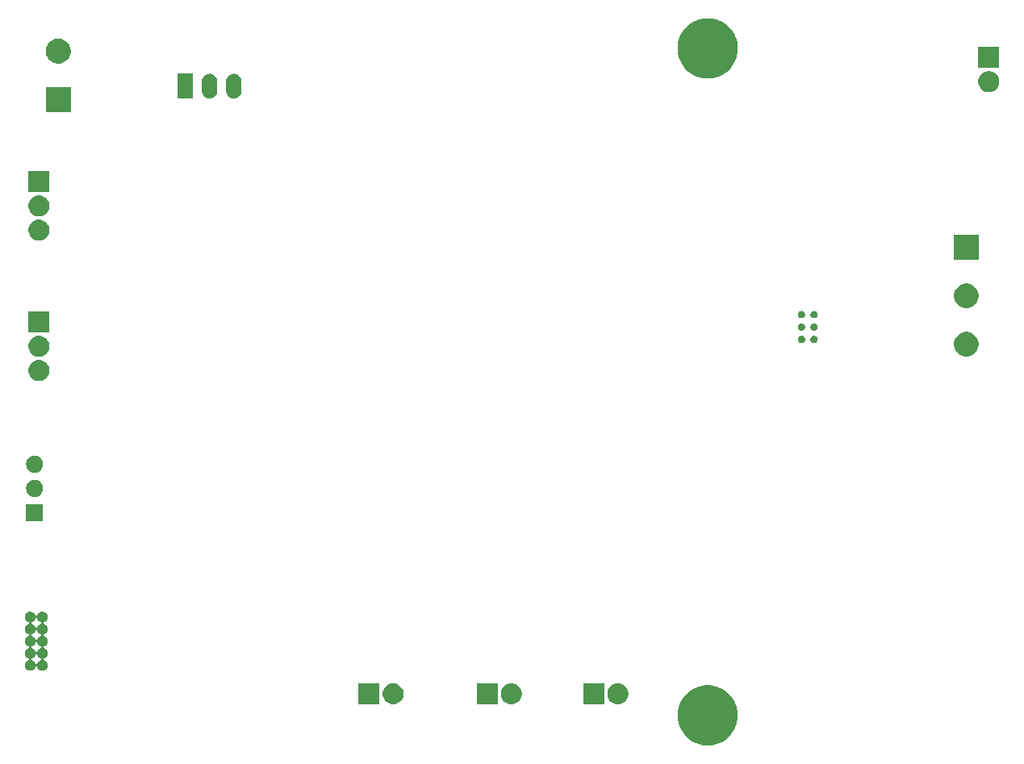
<source format=gbr>
G04 #@! TF.GenerationSoftware,KiCad,Pcbnew,5.1.5-52549c5~86~ubuntu18.04.1*
G04 #@! TF.CreationDate,2020-04-18T16:00:11+01:00*
G04 #@! TF.ProjectId,scot-motor,73636f74-2d6d-46f7-946f-722e6b696361,rev?*
G04 #@! TF.SameCoordinates,Original*
G04 #@! TF.FileFunction,Soldermask,Bot*
G04 #@! TF.FilePolarity,Negative*
%FSLAX46Y46*%
G04 Gerber Fmt 4.6, Leading zero omitted, Abs format (unit mm)*
G04 Created by KiCad (PCBNEW 5.1.5-52549c5~86~ubuntu18.04.1) date 2020-04-18 16:00:11*
%MOMM*%
%LPD*%
G04 APERTURE LIST*
%ADD10C,0.100000*%
G04 APERTURE END LIST*
D10*
G36*
X143396849Y-114867226D02*
G01*
X143918821Y-114971052D01*
X144492085Y-115208506D01*
X145008008Y-115553235D01*
X145446765Y-115991992D01*
X145791494Y-116507915D01*
X146028948Y-117081179D01*
X146150000Y-117689752D01*
X146150000Y-118310248D01*
X146028948Y-118918821D01*
X145791494Y-119492085D01*
X145446765Y-120008008D01*
X145008008Y-120446765D01*
X144492085Y-120791494D01*
X143918821Y-121028948D01*
X143396849Y-121132774D01*
X143310249Y-121150000D01*
X142689751Y-121150000D01*
X142603151Y-121132774D01*
X142081179Y-121028948D01*
X141507915Y-120791494D01*
X140991992Y-120446765D01*
X140553235Y-120008008D01*
X140208506Y-119492085D01*
X139971052Y-118918821D01*
X139850000Y-118310248D01*
X139850000Y-117689752D01*
X139971052Y-117081179D01*
X140208506Y-116507915D01*
X140553235Y-115991992D01*
X140991992Y-115553235D01*
X141507915Y-115208506D01*
X142081179Y-114971052D01*
X142603151Y-114867226D01*
X142689751Y-114850000D01*
X143310249Y-114850000D01*
X143396849Y-114867226D01*
G37*
G36*
X133767994Y-114658555D02*
G01*
X133874350Y-114679711D01*
X133974534Y-114721209D01*
X134074720Y-114762707D01*
X134255044Y-114883195D01*
X134408405Y-115036556D01*
X134528893Y-115216880D01*
X134528893Y-115216881D01*
X134603757Y-115397617D01*
X134611889Y-115417251D01*
X134654200Y-115629960D01*
X134654200Y-115846840D01*
X134611889Y-116059549D01*
X134528893Y-116259920D01*
X134408405Y-116440244D01*
X134255044Y-116593605D01*
X134074720Y-116714093D01*
X133874350Y-116797089D01*
X133767995Y-116818244D01*
X133661640Y-116839400D01*
X133444760Y-116839400D01*
X133338405Y-116818244D01*
X133232050Y-116797089D01*
X133031680Y-116714093D01*
X132851356Y-116593605D01*
X132697995Y-116440244D01*
X132577507Y-116259920D01*
X132494511Y-116059549D01*
X132452200Y-115846840D01*
X132452200Y-115629960D01*
X132494511Y-115417251D01*
X132502644Y-115397617D01*
X132577507Y-115216881D01*
X132577507Y-115216880D01*
X132697995Y-115036556D01*
X132851356Y-114883195D01*
X133031680Y-114762707D01*
X133131866Y-114721209D01*
X133232050Y-114679711D01*
X133338406Y-114658555D01*
X133444760Y-114637400D01*
X133661640Y-114637400D01*
X133767994Y-114658555D01*
G37*
G36*
X132114200Y-116839400D02*
G01*
X129912200Y-116839400D01*
X129912200Y-114637400D01*
X132114200Y-114637400D01*
X132114200Y-116839400D01*
G37*
G36*
X108543000Y-116839400D02*
G01*
X106341000Y-116839400D01*
X106341000Y-114637400D01*
X108543000Y-114637400D01*
X108543000Y-116839400D01*
G37*
G36*
X120938200Y-116839400D02*
G01*
X118736200Y-116839400D01*
X118736200Y-114637400D01*
X120938200Y-114637400D01*
X120938200Y-116839400D01*
G37*
G36*
X110196794Y-114658555D02*
G01*
X110303150Y-114679711D01*
X110403334Y-114721209D01*
X110503520Y-114762707D01*
X110683844Y-114883195D01*
X110837205Y-115036556D01*
X110957693Y-115216880D01*
X110957693Y-115216881D01*
X111032557Y-115397617D01*
X111040689Y-115417251D01*
X111083000Y-115629960D01*
X111083000Y-115846840D01*
X111040689Y-116059549D01*
X110957693Y-116259920D01*
X110837205Y-116440244D01*
X110683844Y-116593605D01*
X110503520Y-116714093D01*
X110303150Y-116797089D01*
X110196795Y-116818244D01*
X110090440Y-116839400D01*
X109873560Y-116839400D01*
X109767205Y-116818244D01*
X109660850Y-116797089D01*
X109460480Y-116714093D01*
X109280156Y-116593605D01*
X109126795Y-116440244D01*
X109006307Y-116259920D01*
X108923311Y-116059549D01*
X108881000Y-115846840D01*
X108881000Y-115629960D01*
X108923311Y-115417251D01*
X108931444Y-115397617D01*
X109006307Y-115216881D01*
X109006307Y-115216880D01*
X109126795Y-115036556D01*
X109280156Y-114883195D01*
X109460480Y-114762707D01*
X109560666Y-114721209D01*
X109660850Y-114679711D01*
X109767206Y-114658555D01*
X109873560Y-114637400D01*
X110090440Y-114637400D01*
X110196794Y-114658555D01*
G37*
G36*
X122591994Y-114658555D02*
G01*
X122698350Y-114679711D01*
X122798534Y-114721209D01*
X122898720Y-114762707D01*
X123079044Y-114883195D01*
X123232405Y-115036556D01*
X123352893Y-115216880D01*
X123352893Y-115216881D01*
X123427757Y-115397617D01*
X123435889Y-115417251D01*
X123478200Y-115629960D01*
X123478200Y-115846840D01*
X123435889Y-116059549D01*
X123352893Y-116259920D01*
X123232405Y-116440244D01*
X123079044Y-116593605D01*
X122898720Y-116714093D01*
X122698350Y-116797089D01*
X122591995Y-116818244D01*
X122485640Y-116839400D01*
X122268760Y-116839400D01*
X122162405Y-116818244D01*
X122056050Y-116797089D01*
X121855680Y-116714093D01*
X121675356Y-116593605D01*
X121521995Y-116440244D01*
X121401507Y-116259920D01*
X121318511Y-116059549D01*
X121276200Y-115846840D01*
X121276200Y-115629960D01*
X121318511Y-115417251D01*
X121326644Y-115397617D01*
X121401507Y-115216881D01*
X121401507Y-115216880D01*
X121521995Y-115036556D01*
X121675356Y-114883195D01*
X121855680Y-114762707D01*
X121955866Y-114721209D01*
X122056050Y-114679711D01*
X122162406Y-114658555D01*
X122268760Y-114637400D01*
X122485640Y-114637400D01*
X122591994Y-114658555D01*
G37*
G36*
X72070451Y-107133080D02*
G01*
X72121320Y-107154151D01*
X72172186Y-107175220D01*
X72263742Y-107236396D01*
X72341604Y-107314258D01*
X72402780Y-107405814D01*
X72426916Y-107464085D01*
X72438468Y-107485695D01*
X72454013Y-107504637D01*
X72472955Y-107520182D01*
X72494566Y-107531733D01*
X72518015Y-107538846D01*
X72542401Y-107541248D01*
X72566787Y-107538846D01*
X72590236Y-107531733D01*
X72611846Y-107520181D01*
X72630788Y-107504636D01*
X72646333Y-107485694D01*
X72657884Y-107464085D01*
X72682020Y-107405814D01*
X72743196Y-107314258D01*
X72821058Y-107236396D01*
X72912614Y-107175220D01*
X72963480Y-107154151D01*
X73014349Y-107133080D01*
X73122341Y-107111600D01*
X73232459Y-107111600D01*
X73340451Y-107133080D01*
X73391320Y-107154151D01*
X73442186Y-107175220D01*
X73533742Y-107236396D01*
X73611604Y-107314258D01*
X73672780Y-107405814D01*
X73693849Y-107456680D01*
X73714920Y-107507549D01*
X73736400Y-107615541D01*
X73736400Y-107725659D01*
X73714920Y-107833651D01*
X73705867Y-107855506D01*
X73672780Y-107935386D01*
X73611604Y-108026942D01*
X73533742Y-108104804D01*
X73442186Y-108165980D01*
X73383915Y-108190116D01*
X73362305Y-108201668D01*
X73343363Y-108217213D01*
X73327818Y-108236155D01*
X73316267Y-108257766D01*
X73309154Y-108281215D01*
X73306752Y-108305601D01*
X73309154Y-108329987D01*
X73316267Y-108353436D01*
X73327819Y-108375046D01*
X73343364Y-108393988D01*
X73362306Y-108409533D01*
X73383913Y-108421083D01*
X73442186Y-108445220D01*
X73533742Y-108506396D01*
X73611604Y-108584258D01*
X73672780Y-108675814D01*
X73693849Y-108726680D01*
X73714920Y-108777549D01*
X73736400Y-108885541D01*
X73736400Y-108995659D01*
X73714920Y-109103651D01*
X73705867Y-109125506D01*
X73672780Y-109205386D01*
X73611604Y-109296942D01*
X73533742Y-109374804D01*
X73442186Y-109435980D01*
X73383915Y-109460116D01*
X73362305Y-109471668D01*
X73343363Y-109487213D01*
X73327818Y-109506155D01*
X73316267Y-109527766D01*
X73309154Y-109551215D01*
X73306752Y-109575601D01*
X73309154Y-109599987D01*
X73316267Y-109623436D01*
X73327819Y-109645046D01*
X73343364Y-109663988D01*
X73362306Y-109679533D01*
X73383913Y-109691083D01*
X73442186Y-109715220D01*
X73533742Y-109776396D01*
X73611604Y-109854258D01*
X73672780Y-109945814D01*
X73693849Y-109996680D01*
X73714920Y-110047549D01*
X73736400Y-110155541D01*
X73736400Y-110265659D01*
X73714920Y-110373651D01*
X73705867Y-110395506D01*
X73672780Y-110475386D01*
X73611604Y-110566942D01*
X73533742Y-110644804D01*
X73442186Y-110705980D01*
X73383915Y-110730116D01*
X73362305Y-110741668D01*
X73343363Y-110757213D01*
X73327818Y-110776155D01*
X73316267Y-110797766D01*
X73309154Y-110821215D01*
X73306752Y-110845601D01*
X73309154Y-110869987D01*
X73316267Y-110893436D01*
X73327819Y-110915046D01*
X73343364Y-110933988D01*
X73362306Y-110949533D01*
X73383913Y-110961083D01*
X73442186Y-110985220D01*
X73533742Y-111046396D01*
X73611604Y-111124258D01*
X73672780Y-111215814D01*
X73693849Y-111266680D01*
X73714920Y-111317549D01*
X73736400Y-111425541D01*
X73736400Y-111535659D01*
X73714920Y-111643651D01*
X73705867Y-111665506D01*
X73672780Y-111745386D01*
X73611604Y-111836942D01*
X73533742Y-111914804D01*
X73442186Y-111975980D01*
X73383915Y-112000116D01*
X73362305Y-112011668D01*
X73343363Y-112027213D01*
X73327818Y-112046155D01*
X73316267Y-112067766D01*
X73309154Y-112091215D01*
X73306752Y-112115601D01*
X73309154Y-112139987D01*
X73316267Y-112163436D01*
X73327819Y-112185046D01*
X73343364Y-112203988D01*
X73362306Y-112219533D01*
X73383913Y-112231083D01*
X73442186Y-112255220D01*
X73533742Y-112316396D01*
X73611604Y-112394258D01*
X73672780Y-112485814D01*
X73693849Y-112536680D01*
X73714920Y-112587549D01*
X73736400Y-112695541D01*
X73736400Y-112805659D01*
X73714920Y-112913651D01*
X73705867Y-112935506D01*
X73672780Y-113015386D01*
X73611604Y-113106942D01*
X73533742Y-113184804D01*
X73442186Y-113245980D01*
X73391320Y-113267049D01*
X73340451Y-113288120D01*
X73232459Y-113309600D01*
X73122341Y-113309600D01*
X73014349Y-113288120D01*
X72963480Y-113267049D01*
X72912614Y-113245980D01*
X72821058Y-113184804D01*
X72743196Y-113106942D01*
X72682020Y-113015386D01*
X72657883Y-112957113D01*
X72646332Y-112935505D01*
X72630787Y-112916563D01*
X72611845Y-112901018D01*
X72590234Y-112889467D01*
X72566785Y-112882354D01*
X72542399Y-112879952D01*
X72518013Y-112882354D01*
X72494564Y-112889467D01*
X72472954Y-112901019D01*
X72454012Y-112916564D01*
X72438467Y-112935506D01*
X72426917Y-112957113D01*
X72402780Y-113015386D01*
X72341604Y-113106942D01*
X72263742Y-113184804D01*
X72172186Y-113245980D01*
X72121320Y-113267049D01*
X72070451Y-113288120D01*
X71962459Y-113309600D01*
X71852341Y-113309600D01*
X71744349Y-113288120D01*
X71693480Y-113267049D01*
X71642614Y-113245980D01*
X71551058Y-113184804D01*
X71473196Y-113106942D01*
X71412020Y-113015386D01*
X71378933Y-112935506D01*
X71369880Y-112913651D01*
X71348400Y-112805659D01*
X71348400Y-112695541D01*
X71369880Y-112587549D01*
X71390951Y-112536680D01*
X71412020Y-112485814D01*
X71473196Y-112394258D01*
X71551058Y-112316396D01*
X71642614Y-112255220D01*
X71700887Y-112231083D01*
X71722495Y-112219532D01*
X71741437Y-112203987D01*
X71756982Y-112185045D01*
X71768533Y-112163434D01*
X71775646Y-112139985D01*
X71778047Y-112115601D01*
X72036752Y-112115601D01*
X72039154Y-112139987D01*
X72046267Y-112163436D01*
X72057819Y-112185046D01*
X72073364Y-112203988D01*
X72092306Y-112219533D01*
X72113913Y-112231083D01*
X72172186Y-112255220D01*
X72263742Y-112316396D01*
X72341604Y-112394258D01*
X72402780Y-112485814D01*
X72426916Y-112544085D01*
X72438468Y-112565695D01*
X72454013Y-112584637D01*
X72472955Y-112600182D01*
X72494566Y-112611733D01*
X72518015Y-112618846D01*
X72542401Y-112621248D01*
X72566787Y-112618846D01*
X72590236Y-112611733D01*
X72611846Y-112600181D01*
X72630788Y-112584636D01*
X72646333Y-112565694D01*
X72657884Y-112544085D01*
X72682020Y-112485814D01*
X72743196Y-112394258D01*
X72821058Y-112316396D01*
X72912614Y-112255220D01*
X72970887Y-112231083D01*
X72992495Y-112219532D01*
X73011437Y-112203987D01*
X73026982Y-112185045D01*
X73038533Y-112163434D01*
X73045646Y-112139985D01*
X73048048Y-112115599D01*
X73045646Y-112091213D01*
X73038533Y-112067764D01*
X73026981Y-112046154D01*
X73011436Y-112027212D01*
X72992494Y-112011667D01*
X72970885Y-112000116D01*
X72912614Y-111975980D01*
X72821058Y-111914804D01*
X72743196Y-111836942D01*
X72682020Y-111745386D01*
X72657883Y-111687113D01*
X72646332Y-111665505D01*
X72630787Y-111646563D01*
X72611845Y-111631018D01*
X72590234Y-111619467D01*
X72566785Y-111612354D01*
X72542399Y-111609952D01*
X72518013Y-111612354D01*
X72494564Y-111619467D01*
X72472954Y-111631019D01*
X72454012Y-111646564D01*
X72438467Y-111665506D01*
X72426917Y-111687113D01*
X72402780Y-111745386D01*
X72341604Y-111836942D01*
X72263742Y-111914804D01*
X72172186Y-111975980D01*
X72113915Y-112000116D01*
X72092305Y-112011668D01*
X72073363Y-112027213D01*
X72057818Y-112046155D01*
X72046267Y-112067766D01*
X72039154Y-112091215D01*
X72036752Y-112115601D01*
X71778047Y-112115601D01*
X71778048Y-112115599D01*
X71775646Y-112091213D01*
X71768533Y-112067764D01*
X71756981Y-112046154D01*
X71741436Y-112027212D01*
X71722494Y-112011667D01*
X71700885Y-112000116D01*
X71642614Y-111975980D01*
X71551058Y-111914804D01*
X71473196Y-111836942D01*
X71412020Y-111745386D01*
X71378933Y-111665506D01*
X71369880Y-111643651D01*
X71348400Y-111535659D01*
X71348400Y-111425541D01*
X71369880Y-111317549D01*
X71390951Y-111266680D01*
X71412020Y-111215814D01*
X71473196Y-111124258D01*
X71551058Y-111046396D01*
X71642614Y-110985220D01*
X71700887Y-110961083D01*
X71722495Y-110949532D01*
X71741437Y-110933987D01*
X71756982Y-110915045D01*
X71768533Y-110893434D01*
X71775646Y-110869985D01*
X71778047Y-110845601D01*
X72036752Y-110845601D01*
X72039154Y-110869987D01*
X72046267Y-110893436D01*
X72057819Y-110915046D01*
X72073364Y-110933988D01*
X72092306Y-110949533D01*
X72113913Y-110961083D01*
X72172186Y-110985220D01*
X72263742Y-111046396D01*
X72341604Y-111124258D01*
X72402780Y-111215814D01*
X72426916Y-111274085D01*
X72438468Y-111295695D01*
X72454013Y-111314637D01*
X72472955Y-111330182D01*
X72494566Y-111341733D01*
X72518015Y-111348846D01*
X72542401Y-111351248D01*
X72566787Y-111348846D01*
X72590236Y-111341733D01*
X72611846Y-111330181D01*
X72630788Y-111314636D01*
X72646333Y-111295694D01*
X72657884Y-111274085D01*
X72682020Y-111215814D01*
X72743196Y-111124258D01*
X72821058Y-111046396D01*
X72912614Y-110985220D01*
X72970887Y-110961083D01*
X72992495Y-110949532D01*
X73011437Y-110933987D01*
X73026982Y-110915045D01*
X73038533Y-110893434D01*
X73045646Y-110869985D01*
X73048048Y-110845599D01*
X73045646Y-110821213D01*
X73038533Y-110797764D01*
X73026981Y-110776154D01*
X73011436Y-110757212D01*
X72992494Y-110741667D01*
X72970885Y-110730116D01*
X72912614Y-110705980D01*
X72821058Y-110644804D01*
X72743196Y-110566942D01*
X72682020Y-110475386D01*
X72657883Y-110417113D01*
X72646332Y-110395505D01*
X72630787Y-110376563D01*
X72611845Y-110361018D01*
X72590234Y-110349467D01*
X72566785Y-110342354D01*
X72542399Y-110339952D01*
X72518013Y-110342354D01*
X72494564Y-110349467D01*
X72472954Y-110361019D01*
X72454012Y-110376564D01*
X72438467Y-110395506D01*
X72426917Y-110417113D01*
X72402780Y-110475386D01*
X72341604Y-110566942D01*
X72263742Y-110644804D01*
X72172186Y-110705980D01*
X72113915Y-110730116D01*
X72092305Y-110741668D01*
X72073363Y-110757213D01*
X72057818Y-110776155D01*
X72046267Y-110797766D01*
X72039154Y-110821215D01*
X72036752Y-110845601D01*
X71778047Y-110845601D01*
X71778048Y-110845599D01*
X71775646Y-110821213D01*
X71768533Y-110797764D01*
X71756981Y-110776154D01*
X71741436Y-110757212D01*
X71722494Y-110741667D01*
X71700885Y-110730116D01*
X71642614Y-110705980D01*
X71551058Y-110644804D01*
X71473196Y-110566942D01*
X71412020Y-110475386D01*
X71378933Y-110395506D01*
X71369880Y-110373651D01*
X71348400Y-110265659D01*
X71348400Y-110155541D01*
X71369880Y-110047549D01*
X71390951Y-109996680D01*
X71412020Y-109945814D01*
X71473196Y-109854258D01*
X71551058Y-109776396D01*
X71642614Y-109715220D01*
X71700887Y-109691083D01*
X71722495Y-109679532D01*
X71741437Y-109663987D01*
X71756982Y-109645045D01*
X71768533Y-109623434D01*
X71775646Y-109599985D01*
X71778047Y-109575601D01*
X72036752Y-109575601D01*
X72039154Y-109599987D01*
X72046267Y-109623436D01*
X72057819Y-109645046D01*
X72073364Y-109663988D01*
X72092306Y-109679533D01*
X72113913Y-109691083D01*
X72172186Y-109715220D01*
X72263742Y-109776396D01*
X72341604Y-109854258D01*
X72402780Y-109945814D01*
X72426916Y-110004085D01*
X72438468Y-110025695D01*
X72454013Y-110044637D01*
X72472955Y-110060182D01*
X72494566Y-110071733D01*
X72518015Y-110078846D01*
X72542401Y-110081248D01*
X72566787Y-110078846D01*
X72590236Y-110071733D01*
X72611846Y-110060181D01*
X72630788Y-110044636D01*
X72646333Y-110025694D01*
X72657884Y-110004085D01*
X72682020Y-109945814D01*
X72743196Y-109854258D01*
X72821058Y-109776396D01*
X72912614Y-109715220D01*
X72970887Y-109691083D01*
X72992495Y-109679532D01*
X73011437Y-109663987D01*
X73026982Y-109645045D01*
X73038533Y-109623434D01*
X73045646Y-109599985D01*
X73048048Y-109575599D01*
X73045646Y-109551213D01*
X73038533Y-109527764D01*
X73026981Y-109506154D01*
X73011436Y-109487212D01*
X72992494Y-109471667D01*
X72970885Y-109460116D01*
X72912614Y-109435980D01*
X72821058Y-109374804D01*
X72743196Y-109296942D01*
X72682020Y-109205386D01*
X72657883Y-109147113D01*
X72646332Y-109125505D01*
X72630787Y-109106563D01*
X72611845Y-109091018D01*
X72590234Y-109079467D01*
X72566785Y-109072354D01*
X72542399Y-109069952D01*
X72518013Y-109072354D01*
X72494564Y-109079467D01*
X72472954Y-109091019D01*
X72454012Y-109106564D01*
X72438467Y-109125506D01*
X72426917Y-109147113D01*
X72402780Y-109205386D01*
X72341604Y-109296942D01*
X72263742Y-109374804D01*
X72172186Y-109435980D01*
X72113915Y-109460116D01*
X72092305Y-109471668D01*
X72073363Y-109487213D01*
X72057818Y-109506155D01*
X72046267Y-109527766D01*
X72039154Y-109551215D01*
X72036752Y-109575601D01*
X71778047Y-109575601D01*
X71778048Y-109575599D01*
X71775646Y-109551213D01*
X71768533Y-109527764D01*
X71756981Y-109506154D01*
X71741436Y-109487212D01*
X71722494Y-109471667D01*
X71700885Y-109460116D01*
X71642614Y-109435980D01*
X71551058Y-109374804D01*
X71473196Y-109296942D01*
X71412020Y-109205386D01*
X71378933Y-109125506D01*
X71369880Y-109103651D01*
X71348400Y-108995659D01*
X71348400Y-108885541D01*
X71369880Y-108777549D01*
X71390951Y-108726680D01*
X71412020Y-108675814D01*
X71473196Y-108584258D01*
X71551058Y-108506396D01*
X71642614Y-108445220D01*
X71700887Y-108421083D01*
X71722495Y-108409532D01*
X71741437Y-108393987D01*
X71756982Y-108375045D01*
X71768533Y-108353434D01*
X71775646Y-108329985D01*
X71778047Y-108305601D01*
X72036752Y-108305601D01*
X72039154Y-108329987D01*
X72046267Y-108353436D01*
X72057819Y-108375046D01*
X72073364Y-108393988D01*
X72092306Y-108409533D01*
X72113913Y-108421083D01*
X72172186Y-108445220D01*
X72263742Y-108506396D01*
X72341604Y-108584258D01*
X72402780Y-108675814D01*
X72426916Y-108734085D01*
X72438468Y-108755695D01*
X72454013Y-108774637D01*
X72472955Y-108790182D01*
X72494566Y-108801733D01*
X72518015Y-108808846D01*
X72542401Y-108811248D01*
X72566787Y-108808846D01*
X72590236Y-108801733D01*
X72611846Y-108790181D01*
X72630788Y-108774636D01*
X72646333Y-108755694D01*
X72657884Y-108734085D01*
X72682020Y-108675814D01*
X72743196Y-108584258D01*
X72821058Y-108506396D01*
X72912614Y-108445220D01*
X72970887Y-108421083D01*
X72992495Y-108409532D01*
X73011437Y-108393987D01*
X73026982Y-108375045D01*
X73038533Y-108353434D01*
X73045646Y-108329985D01*
X73048048Y-108305599D01*
X73045646Y-108281213D01*
X73038533Y-108257764D01*
X73026981Y-108236154D01*
X73011436Y-108217212D01*
X72992494Y-108201667D01*
X72970885Y-108190116D01*
X72912614Y-108165980D01*
X72821058Y-108104804D01*
X72743196Y-108026942D01*
X72682020Y-107935386D01*
X72657883Y-107877113D01*
X72646332Y-107855505D01*
X72630787Y-107836563D01*
X72611845Y-107821018D01*
X72590234Y-107809467D01*
X72566785Y-107802354D01*
X72542399Y-107799952D01*
X72518013Y-107802354D01*
X72494564Y-107809467D01*
X72472954Y-107821019D01*
X72454012Y-107836564D01*
X72438467Y-107855506D01*
X72426917Y-107877113D01*
X72402780Y-107935386D01*
X72341604Y-108026942D01*
X72263742Y-108104804D01*
X72172186Y-108165980D01*
X72113915Y-108190116D01*
X72092305Y-108201668D01*
X72073363Y-108217213D01*
X72057818Y-108236155D01*
X72046267Y-108257766D01*
X72039154Y-108281215D01*
X72036752Y-108305601D01*
X71778047Y-108305601D01*
X71778048Y-108305599D01*
X71775646Y-108281213D01*
X71768533Y-108257764D01*
X71756981Y-108236154D01*
X71741436Y-108217212D01*
X71722494Y-108201667D01*
X71700885Y-108190116D01*
X71642614Y-108165980D01*
X71551058Y-108104804D01*
X71473196Y-108026942D01*
X71412020Y-107935386D01*
X71378933Y-107855506D01*
X71369880Y-107833651D01*
X71348400Y-107725659D01*
X71348400Y-107615541D01*
X71369880Y-107507549D01*
X71390951Y-107456680D01*
X71412020Y-107405814D01*
X71473196Y-107314258D01*
X71551058Y-107236396D01*
X71642614Y-107175220D01*
X71693480Y-107154151D01*
X71744349Y-107133080D01*
X71852341Y-107111600D01*
X71962459Y-107111600D01*
X72070451Y-107133080D01*
G37*
G36*
X73265600Y-97624200D02*
G01*
X71463600Y-97624200D01*
X71463600Y-95822200D01*
X73265600Y-95822200D01*
X73265600Y-97624200D01*
G37*
G36*
X72478112Y-93287127D02*
G01*
X72627412Y-93316824D01*
X72791384Y-93384744D01*
X72938954Y-93483347D01*
X73064453Y-93608846D01*
X73163056Y-93756416D01*
X73230976Y-93920388D01*
X73265600Y-94094459D01*
X73265600Y-94271941D01*
X73230976Y-94446012D01*
X73163056Y-94609984D01*
X73064453Y-94757554D01*
X72938954Y-94883053D01*
X72791384Y-94981656D01*
X72627412Y-95049576D01*
X72478112Y-95079273D01*
X72453342Y-95084200D01*
X72275858Y-95084200D01*
X72251088Y-95079273D01*
X72101788Y-95049576D01*
X71937816Y-94981656D01*
X71790246Y-94883053D01*
X71664747Y-94757554D01*
X71566144Y-94609984D01*
X71498224Y-94446012D01*
X71463600Y-94271941D01*
X71463600Y-94094459D01*
X71498224Y-93920388D01*
X71566144Y-93756416D01*
X71664747Y-93608846D01*
X71790246Y-93483347D01*
X71937816Y-93384744D01*
X72101788Y-93316824D01*
X72251088Y-93287127D01*
X72275858Y-93282200D01*
X72453342Y-93282200D01*
X72478112Y-93287127D01*
G37*
G36*
X72478112Y-90747127D02*
G01*
X72627412Y-90776824D01*
X72791384Y-90844744D01*
X72938954Y-90943347D01*
X73064453Y-91068846D01*
X73163056Y-91216416D01*
X73230976Y-91380388D01*
X73265600Y-91554459D01*
X73265600Y-91731941D01*
X73230976Y-91906012D01*
X73163056Y-92069984D01*
X73064453Y-92217554D01*
X72938954Y-92343053D01*
X72791384Y-92441656D01*
X72627412Y-92509576D01*
X72478112Y-92539273D01*
X72453342Y-92544200D01*
X72275858Y-92544200D01*
X72251088Y-92539273D01*
X72101788Y-92509576D01*
X71937816Y-92441656D01*
X71790246Y-92343053D01*
X71664747Y-92217554D01*
X71566144Y-92069984D01*
X71498224Y-91906012D01*
X71463600Y-91731941D01*
X71463600Y-91554459D01*
X71498224Y-91380388D01*
X71566144Y-91216416D01*
X71664747Y-91068846D01*
X71790246Y-90943347D01*
X71937816Y-90844744D01*
X72101788Y-90776824D01*
X72251088Y-90747127D01*
X72275858Y-90742200D01*
X72453342Y-90742200D01*
X72478112Y-90747127D01*
G37*
G36*
X73036594Y-80733555D02*
G01*
X73142950Y-80754711D01*
X73243134Y-80796209D01*
X73343320Y-80837707D01*
X73523644Y-80958195D01*
X73677005Y-81111556D01*
X73797493Y-81291880D01*
X73880489Y-81492251D01*
X73922800Y-81704960D01*
X73922800Y-81921840D01*
X73880489Y-82134549D01*
X73797493Y-82334920D01*
X73677005Y-82515244D01*
X73523644Y-82668605D01*
X73343320Y-82789093D01*
X73142950Y-82872089D01*
X73036595Y-82893244D01*
X72930240Y-82914400D01*
X72713360Y-82914400D01*
X72607005Y-82893244D01*
X72500650Y-82872089D01*
X72300280Y-82789093D01*
X72119956Y-82668605D01*
X71966595Y-82515244D01*
X71846107Y-82334920D01*
X71763111Y-82134549D01*
X71720800Y-81921840D01*
X71720800Y-81704960D01*
X71763111Y-81492251D01*
X71846107Y-81291880D01*
X71966595Y-81111556D01*
X72119956Y-80958195D01*
X72300280Y-80837707D01*
X72400466Y-80796209D01*
X72500650Y-80754711D01*
X72607006Y-80733555D01*
X72713360Y-80712400D01*
X72930240Y-80712400D01*
X73036594Y-80733555D01*
G37*
G36*
X73036595Y-78193556D02*
G01*
X73142950Y-78214711D01*
X73343320Y-78297707D01*
X73523644Y-78418195D01*
X73677005Y-78571556D01*
X73797493Y-78751880D01*
X73797493Y-78751881D01*
X73880489Y-78952250D01*
X73922800Y-79164961D01*
X73922800Y-79381839D01*
X73880489Y-79594550D01*
X73797493Y-79794920D01*
X73677005Y-79975244D01*
X73523644Y-80128605D01*
X73343320Y-80249093D01*
X73142950Y-80332089D01*
X73074020Y-80345800D01*
X72930240Y-80374400D01*
X72713360Y-80374400D01*
X72569580Y-80345800D01*
X72500650Y-80332089D01*
X72300280Y-80249093D01*
X72119956Y-80128605D01*
X71966595Y-79975244D01*
X71846107Y-79794920D01*
X71763111Y-79594550D01*
X71720800Y-79381839D01*
X71720800Y-79164961D01*
X71763111Y-78952250D01*
X71846107Y-78751881D01*
X71846107Y-78751880D01*
X71966595Y-78571556D01*
X72119956Y-78418195D01*
X72300280Y-78297707D01*
X72500650Y-78214711D01*
X72607005Y-78193556D01*
X72713360Y-78172400D01*
X72930240Y-78172400D01*
X73036595Y-78193556D01*
G37*
G36*
X170508687Y-77793796D02*
G01*
X170745453Y-77891868D01*
X170745455Y-77891869D01*
X170958539Y-78034247D01*
X171139753Y-78215461D01*
X171282132Y-78428547D01*
X171380204Y-78665313D01*
X171430200Y-78916661D01*
X171430200Y-79172939D01*
X171380204Y-79424287D01*
X171282132Y-79661053D01*
X171282131Y-79661055D01*
X171139753Y-79874139D01*
X170958539Y-80055353D01*
X170745455Y-80197731D01*
X170745454Y-80197732D01*
X170745453Y-80197732D01*
X170508687Y-80295804D01*
X170257339Y-80345800D01*
X170001061Y-80345800D01*
X169749713Y-80295804D01*
X169512947Y-80197732D01*
X169512946Y-80197732D01*
X169512945Y-80197731D01*
X169299861Y-80055353D01*
X169118647Y-79874139D01*
X168976269Y-79661055D01*
X168976268Y-79661053D01*
X168878196Y-79424287D01*
X168828200Y-79172939D01*
X168828200Y-78916661D01*
X168878196Y-78665313D01*
X168976268Y-78428547D01*
X169118647Y-78215461D01*
X169299861Y-78034247D01*
X169512945Y-77891869D01*
X169512947Y-77891868D01*
X169749713Y-77793796D01*
X170001061Y-77743800D01*
X170257339Y-77743800D01*
X170508687Y-77793796D01*
G37*
G36*
X154254502Y-78171195D02*
G01*
X154324563Y-78200215D01*
X154387622Y-78242350D01*
X154441250Y-78295978D01*
X154483385Y-78359037D01*
X154512405Y-78429098D01*
X154527200Y-78503479D01*
X154527200Y-78579321D01*
X154512405Y-78653702D01*
X154483385Y-78723763D01*
X154441250Y-78786822D01*
X154387622Y-78840450D01*
X154324563Y-78882585D01*
X154254502Y-78911605D01*
X154180121Y-78926400D01*
X154104279Y-78926400D01*
X154029898Y-78911605D01*
X153959837Y-78882585D01*
X153896778Y-78840450D01*
X153843150Y-78786822D01*
X153801015Y-78723763D01*
X153771995Y-78653702D01*
X153757200Y-78579321D01*
X153757200Y-78503479D01*
X153771995Y-78429098D01*
X153801015Y-78359037D01*
X153843150Y-78295978D01*
X153896778Y-78242350D01*
X153959837Y-78200215D01*
X154029898Y-78171195D01*
X154104279Y-78156400D01*
X154180121Y-78156400D01*
X154254502Y-78171195D01*
G37*
G36*
X152954502Y-78171195D02*
G01*
X153024563Y-78200215D01*
X153087622Y-78242350D01*
X153141250Y-78295978D01*
X153183385Y-78359037D01*
X153212405Y-78429098D01*
X153227200Y-78503479D01*
X153227200Y-78579321D01*
X153212405Y-78653702D01*
X153183385Y-78723763D01*
X153141250Y-78786822D01*
X153087622Y-78840450D01*
X153024563Y-78882585D01*
X152954502Y-78911605D01*
X152880121Y-78926400D01*
X152804279Y-78926400D01*
X152729898Y-78911605D01*
X152659837Y-78882585D01*
X152596778Y-78840450D01*
X152543150Y-78786822D01*
X152501015Y-78723763D01*
X152471995Y-78653702D01*
X152457200Y-78579321D01*
X152457200Y-78503479D01*
X152471995Y-78429098D01*
X152501015Y-78359037D01*
X152543150Y-78295978D01*
X152596778Y-78242350D01*
X152659837Y-78200215D01*
X152729898Y-78171195D01*
X152804279Y-78156400D01*
X152880121Y-78156400D01*
X152954502Y-78171195D01*
G37*
G36*
X73922800Y-77834400D02*
G01*
X71720800Y-77834400D01*
X71720800Y-75632400D01*
X73922800Y-75632400D01*
X73922800Y-77834400D01*
G37*
G36*
X154254502Y-76871195D02*
G01*
X154324563Y-76900215D01*
X154387622Y-76942350D01*
X154441250Y-76995978D01*
X154483385Y-77059037D01*
X154512405Y-77129098D01*
X154527200Y-77203479D01*
X154527200Y-77279321D01*
X154512405Y-77353702D01*
X154483385Y-77423763D01*
X154441250Y-77486822D01*
X154387622Y-77540450D01*
X154324563Y-77582585D01*
X154254502Y-77611605D01*
X154180121Y-77626400D01*
X154104279Y-77626400D01*
X154029898Y-77611605D01*
X153959837Y-77582585D01*
X153896778Y-77540450D01*
X153843150Y-77486822D01*
X153801015Y-77423763D01*
X153771995Y-77353702D01*
X153757200Y-77279321D01*
X153757200Y-77203479D01*
X153771995Y-77129098D01*
X153801015Y-77059037D01*
X153843150Y-76995978D01*
X153896778Y-76942350D01*
X153959837Y-76900215D01*
X154029898Y-76871195D01*
X154104279Y-76856400D01*
X154180121Y-76856400D01*
X154254502Y-76871195D01*
G37*
G36*
X152954502Y-76871195D02*
G01*
X153024563Y-76900215D01*
X153087622Y-76942350D01*
X153141250Y-76995978D01*
X153183385Y-77059037D01*
X153212405Y-77129098D01*
X153227200Y-77203479D01*
X153227200Y-77279321D01*
X153212405Y-77353702D01*
X153183385Y-77423763D01*
X153141250Y-77486822D01*
X153087622Y-77540450D01*
X153024563Y-77582585D01*
X152954502Y-77611605D01*
X152880121Y-77626400D01*
X152804279Y-77626400D01*
X152729898Y-77611605D01*
X152659837Y-77582585D01*
X152596778Y-77540450D01*
X152543150Y-77486822D01*
X152501015Y-77423763D01*
X152471995Y-77353702D01*
X152457200Y-77279321D01*
X152457200Y-77203479D01*
X152471995Y-77129098D01*
X152501015Y-77059037D01*
X152543150Y-76995978D01*
X152596778Y-76942350D01*
X152659837Y-76900215D01*
X152729898Y-76871195D01*
X152804279Y-76856400D01*
X152880121Y-76856400D01*
X152954502Y-76871195D01*
G37*
G36*
X152954502Y-75571195D02*
G01*
X153024563Y-75600215D01*
X153087622Y-75642350D01*
X153141250Y-75695978D01*
X153183385Y-75759037D01*
X153212405Y-75829098D01*
X153227200Y-75903479D01*
X153227200Y-75979321D01*
X153212405Y-76053702D01*
X153183385Y-76123763D01*
X153141250Y-76186822D01*
X153087622Y-76240450D01*
X153024563Y-76282585D01*
X152954502Y-76311605D01*
X152880121Y-76326400D01*
X152804279Y-76326400D01*
X152729898Y-76311605D01*
X152659837Y-76282585D01*
X152596778Y-76240450D01*
X152543150Y-76186822D01*
X152501015Y-76123763D01*
X152471995Y-76053702D01*
X152457200Y-75979321D01*
X152457200Y-75903479D01*
X152471995Y-75829098D01*
X152501015Y-75759037D01*
X152543150Y-75695978D01*
X152596778Y-75642350D01*
X152659837Y-75600215D01*
X152729898Y-75571195D01*
X152804279Y-75556400D01*
X152880121Y-75556400D01*
X152954502Y-75571195D01*
G37*
G36*
X154254502Y-75571195D02*
G01*
X154324563Y-75600215D01*
X154387622Y-75642350D01*
X154441250Y-75695978D01*
X154483385Y-75759037D01*
X154512405Y-75829098D01*
X154527200Y-75903479D01*
X154527200Y-75979321D01*
X154512405Y-76053702D01*
X154483385Y-76123763D01*
X154441250Y-76186822D01*
X154387622Y-76240450D01*
X154324563Y-76282585D01*
X154254502Y-76311605D01*
X154180121Y-76326400D01*
X154104279Y-76326400D01*
X154029898Y-76311605D01*
X153959837Y-76282585D01*
X153896778Y-76240450D01*
X153843150Y-76186822D01*
X153801015Y-76123763D01*
X153771995Y-76053702D01*
X153757200Y-75979321D01*
X153757200Y-75903479D01*
X153771995Y-75829098D01*
X153801015Y-75759037D01*
X153843150Y-75695978D01*
X153896778Y-75642350D01*
X153959837Y-75600215D01*
X154029898Y-75571195D01*
X154104279Y-75556400D01*
X154180121Y-75556400D01*
X154254502Y-75571195D01*
G37*
G36*
X170508687Y-72713796D02*
G01*
X170745453Y-72811868D01*
X170745455Y-72811869D01*
X170958539Y-72954247D01*
X171139753Y-73135461D01*
X171282132Y-73348547D01*
X171380204Y-73585313D01*
X171430200Y-73836661D01*
X171430200Y-74092939D01*
X171380204Y-74344287D01*
X171282132Y-74581053D01*
X171282131Y-74581055D01*
X171139753Y-74794139D01*
X170958539Y-74975353D01*
X170745455Y-75117731D01*
X170745454Y-75117732D01*
X170745453Y-75117732D01*
X170508687Y-75215804D01*
X170257339Y-75265800D01*
X170001061Y-75265800D01*
X169749713Y-75215804D01*
X169512947Y-75117732D01*
X169512946Y-75117732D01*
X169512945Y-75117731D01*
X169299861Y-74975353D01*
X169118647Y-74794139D01*
X168976269Y-74581055D01*
X168976268Y-74581053D01*
X168878196Y-74344287D01*
X168828200Y-74092939D01*
X168828200Y-73836661D01*
X168878196Y-73585313D01*
X168976268Y-73348547D01*
X169118647Y-73135461D01*
X169299861Y-72954247D01*
X169512945Y-72811869D01*
X169512947Y-72811868D01*
X169749713Y-72713796D01*
X170001061Y-72663800D01*
X170257339Y-72663800D01*
X170508687Y-72713796D01*
G37*
G36*
X171430200Y-70185800D02*
G01*
X168828200Y-70185800D01*
X168828200Y-67583800D01*
X171430200Y-67583800D01*
X171430200Y-70185800D01*
G37*
G36*
X73036594Y-66001555D02*
G01*
X73142950Y-66022711D01*
X73343320Y-66105707D01*
X73523644Y-66226195D01*
X73677005Y-66379556D01*
X73797493Y-66559880D01*
X73880489Y-66760251D01*
X73922800Y-66972960D01*
X73922800Y-67189840D01*
X73880489Y-67402549D01*
X73797493Y-67602920D01*
X73677005Y-67783244D01*
X73523644Y-67936605D01*
X73343320Y-68057093D01*
X73142950Y-68140089D01*
X73036594Y-68161245D01*
X72930240Y-68182400D01*
X72713360Y-68182400D01*
X72607006Y-68161245D01*
X72500650Y-68140089D01*
X72300280Y-68057093D01*
X72119956Y-67936605D01*
X71966595Y-67783244D01*
X71846107Y-67602920D01*
X71763111Y-67402549D01*
X71720800Y-67189840D01*
X71720800Y-66972960D01*
X71763111Y-66760251D01*
X71846107Y-66559880D01*
X71966595Y-66379556D01*
X72119956Y-66226195D01*
X72300280Y-66105707D01*
X72500650Y-66022711D01*
X72607006Y-66001555D01*
X72713360Y-65980400D01*
X72930240Y-65980400D01*
X73036594Y-66001555D01*
G37*
G36*
X73036594Y-63461555D02*
G01*
X73142950Y-63482711D01*
X73243134Y-63524209D01*
X73343320Y-63565707D01*
X73523644Y-63686195D01*
X73677005Y-63839556D01*
X73797493Y-64019880D01*
X73880489Y-64220251D01*
X73922800Y-64432960D01*
X73922800Y-64649840D01*
X73880489Y-64862549D01*
X73797493Y-65062920D01*
X73677005Y-65243244D01*
X73523644Y-65396605D01*
X73343320Y-65517093D01*
X73142950Y-65600089D01*
X73036594Y-65621245D01*
X72930240Y-65642400D01*
X72713360Y-65642400D01*
X72607006Y-65621245D01*
X72500650Y-65600089D01*
X72300280Y-65517093D01*
X72119956Y-65396605D01*
X71966595Y-65243244D01*
X71846107Y-65062920D01*
X71763111Y-64862549D01*
X71720800Y-64649840D01*
X71720800Y-64432960D01*
X71763111Y-64220251D01*
X71846107Y-64019880D01*
X71966595Y-63839556D01*
X72119956Y-63686195D01*
X72300280Y-63565707D01*
X72400466Y-63524209D01*
X72500650Y-63482711D01*
X72607006Y-63461555D01*
X72713360Y-63440400D01*
X72930240Y-63440400D01*
X73036594Y-63461555D01*
G37*
G36*
X73922800Y-63102400D02*
G01*
X71720800Y-63102400D01*
X71720800Y-60900400D01*
X73922800Y-60900400D01*
X73922800Y-63102400D01*
G37*
G36*
X76154800Y-54666400D02*
G01*
X73552800Y-54666400D01*
X73552800Y-52064400D01*
X76154800Y-52064400D01*
X76154800Y-54666400D01*
G37*
G36*
X90885822Y-50678990D02*
G01*
X90986481Y-50709525D01*
X91036812Y-50724792D01*
X91147495Y-50783954D01*
X91175964Y-50799171D01*
X91297933Y-50899267D01*
X91351287Y-50964280D01*
X91398029Y-51021235D01*
X91472408Y-51160387D01*
X91473701Y-51164650D01*
X91518210Y-51311377D01*
X91529800Y-51429055D01*
X91529800Y-52507745D01*
X91518210Y-52625423D01*
X91487675Y-52726082D01*
X91472408Y-52776413D01*
X91398029Y-52915565D01*
X91297933Y-53037533D01*
X91175965Y-53137629D01*
X91036813Y-53212008D01*
X90986482Y-53227275D01*
X90885823Y-53257810D01*
X90728800Y-53273275D01*
X90571778Y-53257810D01*
X90471119Y-53227275D01*
X90420788Y-53212008D01*
X90281636Y-53137629D01*
X90159668Y-53037533D01*
X90059572Y-52915565D01*
X89985193Y-52776413D01*
X89969926Y-52726082D01*
X89939391Y-52625423D01*
X89927801Y-52507745D01*
X89927800Y-51429056D01*
X89939390Y-51311378D01*
X89985192Y-51160389D01*
X89985192Y-51160388D01*
X90059571Y-51021236D01*
X90059572Y-51021235D01*
X90159667Y-50899267D01*
X90281635Y-50799171D01*
X90310104Y-50783954D01*
X90420787Y-50724792D01*
X90471118Y-50709525D01*
X90571777Y-50678990D01*
X90728800Y-50663525D01*
X90885822Y-50678990D01*
G37*
G36*
X93425822Y-50678990D02*
G01*
X93526481Y-50709525D01*
X93576812Y-50724792D01*
X93687495Y-50783954D01*
X93715964Y-50799171D01*
X93837933Y-50899267D01*
X93891287Y-50964280D01*
X93938029Y-51021235D01*
X94012408Y-51160387D01*
X94013701Y-51164650D01*
X94058210Y-51311377D01*
X94069800Y-51429055D01*
X94069800Y-52507745D01*
X94058210Y-52625423D01*
X94027675Y-52726082D01*
X94012408Y-52776413D01*
X93938029Y-52915565D01*
X93837933Y-53037533D01*
X93715965Y-53137629D01*
X93576813Y-53212008D01*
X93526482Y-53227275D01*
X93425823Y-53257810D01*
X93268800Y-53273275D01*
X93111778Y-53257810D01*
X93011119Y-53227275D01*
X92960788Y-53212008D01*
X92821636Y-53137629D01*
X92699668Y-53037533D01*
X92599572Y-52915565D01*
X92525193Y-52776413D01*
X92509926Y-52726082D01*
X92479391Y-52625423D01*
X92467801Y-52507745D01*
X92467800Y-51429056D01*
X92479390Y-51311378D01*
X92525192Y-51160389D01*
X92525192Y-51160388D01*
X92599571Y-51021236D01*
X92599572Y-51021235D01*
X92699667Y-50899267D01*
X92821635Y-50799171D01*
X92850104Y-50783954D01*
X92960787Y-50724792D01*
X93011118Y-50709525D01*
X93111777Y-50678990D01*
X93268800Y-50663525D01*
X93425822Y-50678990D01*
G37*
G36*
X88989800Y-53269400D02*
G01*
X87387800Y-53269400D01*
X87387800Y-50667400D01*
X88989800Y-50667400D01*
X88989800Y-53269400D01*
G37*
G36*
X172706195Y-50405956D02*
G01*
X172812550Y-50427111D01*
X172905060Y-50465430D01*
X173012920Y-50510107D01*
X173193244Y-50630595D01*
X173346605Y-50783956D01*
X173467093Y-50964280D01*
X173467093Y-50964281D01*
X173548324Y-51160388D01*
X173550089Y-51164651D01*
X173592400Y-51377360D01*
X173592400Y-51594240D01*
X173550089Y-51806949D01*
X173467093Y-52007320D01*
X173346605Y-52187644D01*
X173193244Y-52341005D01*
X173012920Y-52461493D01*
X172912734Y-52502991D01*
X172812550Y-52544489D01*
X172706195Y-52565644D01*
X172599840Y-52586800D01*
X172382960Y-52586800D01*
X172276606Y-52565645D01*
X172170250Y-52544489D01*
X171969880Y-52461493D01*
X171789556Y-52341005D01*
X171636195Y-52187644D01*
X171515707Y-52007320D01*
X171432711Y-51806949D01*
X171390400Y-51594240D01*
X171390400Y-51377360D01*
X171432711Y-51164651D01*
X171434477Y-51160388D01*
X171515707Y-50964281D01*
X171515707Y-50964280D01*
X171636195Y-50783956D01*
X171789556Y-50630595D01*
X171969880Y-50510107D01*
X172077740Y-50465430D01*
X172170250Y-50427111D01*
X172276606Y-50405955D01*
X172382960Y-50384800D01*
X172599840Y-50384800D01*
X172706195Y-50405956D01*
G37*
G36*
X143396849Y-44867226D02*
G01*
X143918821Y-44971052D01*
X144492085Y-45208506D01*
X145008008Y-45553235D01*
X145446765Y-45991992D01*
X145791494Y-46507915D01*
X146028948Y-47081179D01*
X146103516Y-47456061D01*
X146145902Y-47669147D01*
X146150000Y-47689752D01*
X146150000Y-48310248D01*
X146028948Y-48918821D01*
X145791494Y-49492085D01*
X145446765Y-50008008D01*
X145008008Y-50446765D01*
X144492085Y-50791494D01*
X143918821Y-51028948D01*
X143396849Y-51132774D01*
X143310249Y-51150000D01*
X142689751Y-51150000D01*
X142603151Y-51132774D01*
X142081179Y-51028948D01*
X141507915Y-50791494D01*
X140991992Y-50446765D01*
X140553235Y-50008008D01*
X140208506Y-49492085D01*
X139971052Y-48918821D01*
X139850000Y-48310248D01*
X139850000Y-47689752D01*
X139854099Y-47669147D01*
X139896484Y-47456061D01*
X139971052Y-47081179D01*
X140208506Y-46507915D01*
X140553235Y-45991992D01*
X140991992Y-45553235D01*
X141507915Y-45208506D01*
X142081179Y-44971052D01*
X142603151Y-44867226D01*
X142689751Y-44850000D01*
X143310249Y-44850000D01*
X143396849Y-44867226D01*
G37*
G36*
X173592400Y-50046800D02*
G01*
X171390400Y-50046800D01*
X171390400Y-47844800D01*
X173592400Y-47844800D01*
X173592400Y-50046800D01*
G37*
G36*
X75233287Y-47034396D02*
G01*
X75470053Y-47132468D01*
X75470055Y-47132469D01*
X75683139Y-47274847D01*
X75864353Y-47456061D01*
X76002284Y-47662489D01*
X76006732Y-47669147D01*
X76104804Y-47905913D01*
X76154800Y-48157261D01*
X76154800Y-48413539D01*
X76104804Y-48664887D01*
X76006732Y-48901653D01*
X76006731Y-48901655D01*
X75864353Y-49114739D01*
X75683139Y-49295953D01*
X75470055Y-49438331D01*
X75470054Y-49438332D01*
X75470053Y-49438332D01*
X75233287Y-49536404D01*
X74981939Y-49586400D01*
X74725661Y-49586400D01*
X74474313Y-49536404D01*
X74237547Y-49438332D01*
X74237546Y-49438332D01*
X74237545Y-49438331D01*
X74024461Y-49295953D01*
X73843247Y-49114739D01*
X73700869Y-48901655D01*
X73700868Y-48901653D01*
X73602796Y-48664887D01*
X73552800Y-48413539D01*
X73552800Y-48157261D01*
X73602796Y-47905913D01*
X73700868Y-47669147D01*
X73705317Y-47662489D01*
X73843247Y-47456061D01*
X74024461Y-47274847D01*
X74237545Y-47132469D01*
X74237547Y-47132468D01*
X74474313Y-47034396D01*
X74725661Y-46984400D01*
X74981939Y-46984400D01*
X75233287Y-47034396D01*
G37*
M02*

</source>
